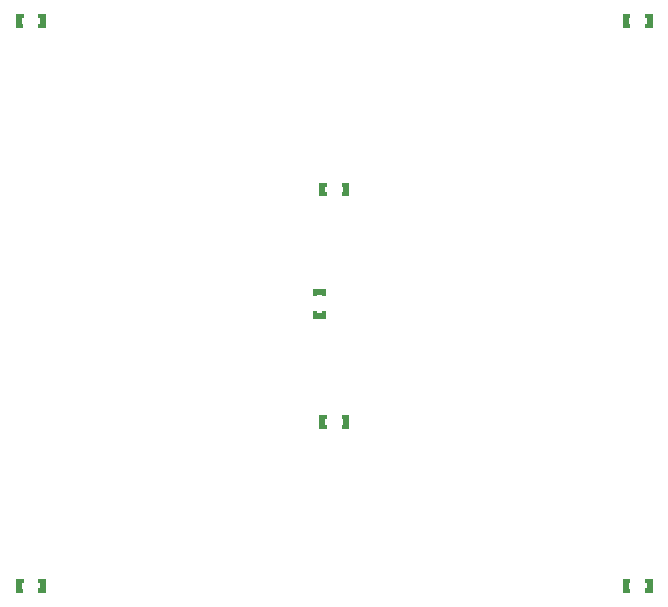
<source format=gtp>
G04 Layer: TopPasteMaskLayer*
G04 EasyEDA Pro v2.2.32.3, 2024-11-23 22:11:16*
G04 Gerber Generator version 0.3*
G04 Scale: 100 percent, Rotated: No, Reflected: No*
G04 Dimensions in millimeters*
G04 Leading zeros omitted, absolute positions, 3 integers and 5 decimals*
%FSLAX35Y35*%
%MOMM*%
%ADD10C,0.254*%
G75*


G04 PolygonModel Start*
G36*
G01X3172694Y-2447297D02*
G01X3172696Y-2412999D01*
G01X3186793Y-2412999D01*
G01X3186793Y-2368001D01*
G01X3173258Y-2368001D01*
G01X3172849Y-2334696D01*
G01X3236892Y-2334696D01*
G01X3236892Y-2447297D01*
G01X3172694Y-2447297D01*
G37*
G36*
G01X3048443Y-2334695D02*
G01X3048441Y-2368992D01*
G01X3034344Y-2368992D01*
G01X3034344Y-2413991D01*
G01X3047879Y-2413991D01*
G01X3048288Y-2447296D01*
G01X2984245Y-2447296D01*
G01X2984245Y-2334695D01*
G01X3048443Y-2334695D01*
G37*
G36*
G01X5741263Y-1060056D02*
G01X5741265Y-1025759D01*
G01X5755362Y-1025759D01*
G01X5755362Y-980760D01*
G01X5741827Y-980760D01*
G01X5741419Y-947456D01*
G01X5805461Y-947456D01*
G01X5805461Y-1060056D01*
G01X5741263Y-1060056D01*
G37*
G36*
G01X5617012Y-947454D02*
G01X5617010Y-981752D01*
G01X5602913Y-981752D01*
G01X5602913Y-1026751D01*
G01X5616448Y-1026751D01*
G01X5616857Y-1060055D01*
G01X5552814Y-1060055D01*
G01X5552814Y-947454D01*
G01X5617012Y-947454D01*
G37*
G36*
G01X8310932Y-2447297D02*
G01X8310934Y-2412999D01*
G01X8325032Y-2412999D01*
G01X8325032Y-2368001D01*
G01X8311497Y-2368001D01*
G01X8311088Y-2334696D01*
G01X8375131Y-2334696D01*
G01X8375131Y-2447297D01*
G01X8310932Y-2447297D01*
G37*
G36*
G01X8186682Y-2334695D02*
G01X8186680Y-2368992D01*
G01X8172582Y-2368992D01*
G01X8172582Y-2413991D01*
G01X8186117Y-2413991D01*
G01X8186526Y-2447296D01*
G01X8122483Y-2447296D01*
G01X8122483Y-2334695D01*
G01X8186682Y-2334695D01*
G37*
G36*
G01X5741263Y909063D02*
G01X5741265Y943360D01*
G01X5755363Y943360D01*
G01X5755363Y988359D01*
G01X5741827Y988359D01*
G01X5741419Y1021663D01*
G01X5805462Y1021663D01*
G01X5805462Y909063D01*
G01X5741263Y909063D01*
G37*
G36*
G01X5617013Y1021665D02*
G01X5617011Y987367D01*
G01X5602913Y987367D01*
G01X5602913Y942368D01*
G01X5616448Y942368D01*
G01X5616857Y909064D01*
G01X5552814Y909064D01*
G01X5552814Y1021665D01*
G01X5617013Y1021665D01*
G37*
G36*
G01X8186806Y2447293D02*
G01X8186804Y2412995D01*
G01X8172707Y2412995D01*
G01X8172707Y2367996D01*
G01X8186242Y2367996D01*
G01X8186651Y2334692D01*
G01X8122608Y2334692D01*
G01X8122608Y2447293D01*
G01X8186806Y2447293D01*
G37*
G36*
G01X8311057Y2334691D02*
G01X8311059Y2368988D01*
G01X8325156Y2368988D01*
G01X8325156Y2413987D01*
G01X8311621Y2413987D01*
G01X8311212Y2447291D01*
G01X8375255Y2447291D01*
G01X8375255Y2334691D01*
G01X8311057Y2334691D01*
G37*
G36*
G01X3048507Y2447293D02*
G01X3048505Y2412995D01*
G01X3034408Y2412995D01*
G01X3034408Y2367996D01*
G01X3047943Y2367996D01*
G01X3048352Y2334692D01*
G01X2984309Y2334692D01*
G01X2984309Y2447293D01*
G01X3048507Y2447293D01*
G37*
G36*
G01X3172758Y2334691D02*
G01X3172760Y2368988D01*
G01X3186857Y2368988D01*
G01X3186857Y2413987D01*
G01X3173322Y2413987D01*
G01X3172913Y2447291D01*
G01X3236956Y2447291D01*
G01X3236956Y2334691D01*
G01X3172758Y2334691D01*
G37*
G36*
G01X5496450Y-63947D02*
G01X5530748Y-63949D01*
G01X5530748Y-78047D01*
G01X5575747Y-78047D01*
G01X5575747Y-64512D01*
G01X5609051Y-64103D01*
G01X5609051Y-128146D01*
G01X5496450Y-128146D01*
G01X5496450Y-63947D01*
G37*
G36*
G01X5609052Y60303D02*
G01X5574755Y60305D01*
G01X5574755Y74403D01*
G01X5529756Y74403D01*
G01X5529756Y60868D01*
G01X5496452Y60459D01*
G01X5496452Y124502D01*
G01X5609052Y124502D01*
G01X5609052Y60303D01*
G37*

G04 Pad Start*
G04 Pad End*
G54D10*

M02*


</source>
